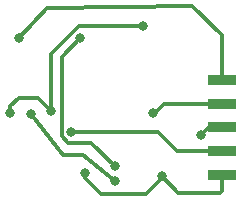
<source format=gbr>
%TF.GenerationSoftware,KiCad,Pcbnew,(5.1.6-0-10_14)*%
%TF.CreationDate,2020-10-30T22:45:03+08:00*%
%TF.ProjectId,Zeeuss,5a656575-7373-42e6-9b69-6361645f7063,rev?*%
%TF.SameCoordinates,Original*%
%TF.FileFunction,Copper,L2,Bot*%
%TF.FilePolarity,Positive*%
%FSLAX46Y46*%
G04 Gerber Fmt 4.6, Leading zero omitted, Abs format (unit mm)*
G04 Created by KiCad (PCBNEW (5.1.6-0-10_14)) date 2020-10-30 22:45:03*
%MOMM*%
%LPD*%
G01*
G04 APERTURE LIST*
%TA.AperFunction,SMDPad,CuDef*%
%ADD10R,2.350000X0.850000*%
%TD*%
%TA.AperFunction,ViaPad*%
%ADD11C,0.800000*%
%TD*%
%TA.AperFunction,Conductor*%
%ADD12C,0.350000*%
%TD*%
G04 APERTURE END LIST*
D10*
%TO.P,J2,5*%
%TO.N,+BATT*%
X118775000Y-107400000D03*
%TO.P,J2,3*%
%TO.N,+3V3*%
X118775000Y-111400000D03*
%TO.P,J2,1*%
%TO.N,Earth*%
X118775000Y-115400000D03*
%TO.P,J2,4*%
%TO.N,+5V*%
X118775000Y-109400000D03*
%TO.P,J2,2*%
%TO.N,VBUS*%
X118775000Y-113400000D03*
%TD*%
D11*
%TO.N,Net-(L2-Pad1)*%
X106800000Y-103850000D03*
%TO.N,Earth*%
X100900000Y-110200000D03*
X104300000Y-110000000D03*
X113725000Y-115550000D03*
X107250000Y-115300000D03*
X112100000Y-102800000D03*
X118800000Y-115400000D03*
%TO.N,+3V3*%
X117050000Y-112016664D03*
%TO.N,+5V*%
X113000000Y-110200000D03*
%TO.N,VBUS*%
X106000000Y-111750000D03*
%TO.N,Net-(C15-Pad1)*%
X109725000Y-115935000D03*
X102600000Y-110225000D03*
%TO.N,+BATT*%
X101650000Y-103850000D03*
%TO.N,Net-(L2-Pad1)*%
X109725000Y-114665000D03*
%TD*%
D12*
%TO.N,Earth*%
X100900000Y-110200000D02*
X100900000Y-109600000D01*
X100900000Y-109600000D02*
X101600000Y-108900000D01*
X103200000Y-108900000D02*
X104300000Y-110000000D01*
X101600000Y-108900000D02*
X103200000Y-108900000D01*
X108600000Y-117050000D02*
X112400000Y-117050000D01*
X107250000Y-115700000D02*
X108600000Y-117050000D01*
X107250000Y-115300000D02*
X107250000Y-115700000D01*
X113725000Y-115725000D02*
X112400000Y-117050000D01*
X113725000Y-115550000D02*
X113725000Y-115725000D01*
X106702998Y-102800000D02*
X112100000Y-102800000D01*
X104300000Y-105202998D02*
X106702998Y-102800000D01*
X104300000Y-110000000D02*
X104300000Y-105202998D01*
X118775000Y-115400000D02*
X118775000Y-116825000D01*
X118775000Y-116825000D02*
X118650000Y-116950000D01*
X115125000Y-116950000D02*
X113725000Y-115550000D01*
X118650000Y-116950000D02*
X115125000Y-116950000D01*
%TO.N,+3V3*%
X117666664Y-111400000D02*
X117050000Y-112016664D01*
X118775000Y-111400000D02*
X117666664Y-111400000D01*
%TO.N,+5V*%
X118775000Y-109400000D02*
X113900000Y-109400000D01*
X113100000Y-110200000D02*
X113000000Y-110200000D01*
X113900000Y-109400000D02*
X113100000Y-110200000D01*
%TO.N,VBUS*%
X106000000Y-111750000D02*
X113350000Y-111750000D01*
X115000000Y-113400000D02*
X118775000Y-113400000D01*
X113350000Y-111750000D02*
X115000000Y-113400000D01*
%TO.N,Net-(C15-Pad1)*%
X102600000Y-110274833D02*
X102600000Y-110225000D01*
X105350000Y-113750000D02*
X102600000Y-110274833D01*
X107040010Y-113750000D02*
X105350000Y-113750000D01*
X109725000Y-115935000D02*
X107040010Y-113750000D01*
%TO.N,+BATT*%
X116250000Y-101150000D02*
X118800000Y-103600000D01*
X104000000Y-101250000D02*
X116250000Y-101150000D01*
X101650000Y-103850000D02*
X104000000Y-101250000D01*
X118800000Y-107375000D02*
X118775000Y-107400000D01*
X118800000Y-103600000D02*
X118800000Y-107375000D01*
%TO.N,Net-(L2-Pad1)*%
X105224999Y-112122001D02*
X105802998Y-112700000D01*
X105224999Y-105425001D02*
X105224999Y-112122001D01*
X106800000Y-103850000D02*
X105224999Y-105425001D01*
X107760000Y-112700000D02*
X109725000Y-114665000D01*
X105802998Y-112700000D02*
X107760000Y-112700000D01*
%TD*%
M02*

</source>
